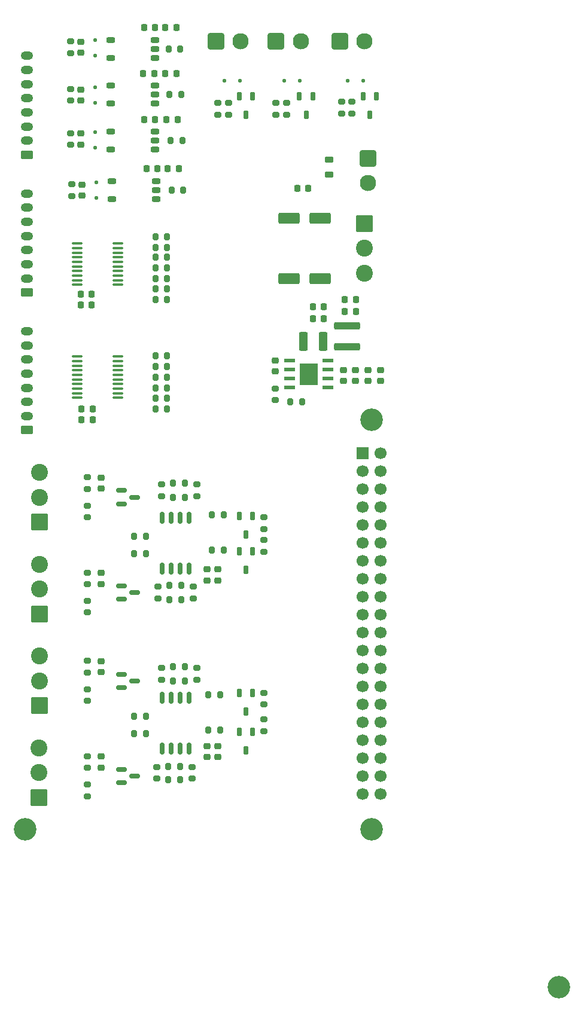
<source format=gbr>
%TF.GenerationSoftware,KiCad,Pcbnew,9.0.3*%
%TF.CreationDate,2026-03-01T13:08:06+01:00*%
%TF.ProjectId,HAT_RPI_PnP,4841545f-5250-4495-9f50-6e502e6b6963,rev?*%
%TF.SameCoordinates,Original*%
%TF.FileFunction,Soldermask,Top*%
%TF.FilePolarity,Negative*%
%FSLAX46Y46*%
G04 Gerber Fmt 4.6, Leading zero omitted, Abs format (unit mm)*
G04 Created by KiCad (PCBNEW 9.0.3) date 2026-03-01 13:08:06*
%MOMM*%
%LPD*%
G01*
G04 APERTURE LIST*
G04 Aperture macros list*
%AMRoundRect*
0 Rectangle with rounded corners*
0 $1 Rounding radius*
0 $2 $3 $4 $5 $6 $7 $8 $9 X,Y pos of 4 corners*
0 Add a 4 corners polygon primitive as box body*
4,1,4,$2,$3,$4,$5,$6,$7,$8,$9,$2,$3,0*
0 Add four circle primitives for the rounded corners*
1,1,$1+$1,$2,$3*
1,1,$1+$1,$4,$5*
1,1,$1+$1,$6,$7*
1,1,$1+$1,$8,$9*
0 Add four rect primitives between the rounded corners*
20,1,$1+$1,$2,$3,$4,$5,0*
20,1,$1+$1,$4,$5,$6,$7,0*
20,1,$1+$1,$6,$7,$8,$9,0*
20,1,$1+$1,$8,$9,$2,$3,0*%
G04 Aperture macros list end*
%ADD10RoundRect,0.200000X0.200000X0.275000X-0.200000X0.275000X-0.200000X-0.275000X0.200000X-0.275000X0*%
%ADD11C,3.200000*%
%ADD12RoundRect,0.225000X0.225000X0.250000X-0.225000X0.250000X-0.225000X-0.250000X0.225000X-0.250000X0*%
%ADD13RoundRect,0.218750X0.218750X0.256250X-0.218750X0.256250X-0.218750X-0.256250X0.218750X-0.256250X0*%
%ADD14RoundRect,0.200000X-0.200000X-0.275000X0.200000X-0.275000X0.200000X0.275000X-0.200000X0.275000X0*%
%ADD15RoundRect,0.250001X0.949999X-0.949999X0.949999X0.949999X-0.949999X0.949999X-0.949999X-0.949999X0*%
%ADD16C,2.400000*%
%ADD17RoundRect,0.218750X0.256250X-0.218750X0.256250X0.218750X-0.256250X0.218750X-0.256250X-0.218750X0*%
%ADD18RoundRect,0.200000X0.275000X-0.200000X0.275000X0.200000X-0.275000X0.200000X-0.275000X-0.200000X0*%
%ADD19RoundRect,0.162500X-0.162500X0.447500X-0.162500X-0.447500X0.162500X-0.447500X0.162500X0.447500X0*%
%ADD20RoundRect,0.150000X-0.587500X-0.150000X0.587500X-0.150000X0.587500X0.150000X-0.587500X0.150000X0*%
%ADD21RoundRect,0.225000X-0.250000X0.225000X-0.250000X-0.225000X0.250000X-0.225000X0.250000X0.225000X0*%
%ADD22RoundRect,0.200000X-0.400000X-0.200000X0.400000X-0.200000X0.400000X0.200000X-0.400000X0.200000X0*%
%ADD23RoundRect,0.218750X-0.381250X0.218750X-0.381250X-0.218750X0.381250X-0.218750X0.381250X0.218750X0*%
%ADD24RoundRect,0.200000X-0.275000X0.200000X-0.275000X-0.200000X0.275000X-0.200000X0.275000X0.200000X0*%
%ADD25RoundRect,0.225000X0.250000X-0.225000X0.250000X0.225000X-0.250000X0.225000X-0.250000X-0.225000X0*%
%ADD26RoundRect,0.125000X-0.125000X0.125000X-0.125000X-0.125000X0.125000X-0.125000X0.125000X0.125000X0*%
%ADD27RoundRect,0.100000X0.637500X0.100000X-0.637500X0.100000X-0.637500X-0.100000X0.637500X-0.100000X0*%
%ADD28RoundRect,0.250000X0.625000X-0.350000X0.625000X0.350000X-0.625000X0.350000X-0.625000X-0.350000X0*%
%ADD29O,1.750000X1.200000*%
%ADD30RoundRect,0.250000X1.250000X0.550000X-1.250000X0.550000X-1.250000X-0.550000X1.250000X-0.550000X0*%
%ADD31C,2.300000*%
%ADD32RoundRect,0.250001X-0.899999X0.899999X-0.899999X-0.899999X0.899999X-0.899999X0.899999X0.899999X0*%
%ADD33RoundRect,0.250001X-0.899999X-0.899999X0.899999X-0.899999X0.899999X0.899999X-0.899999X0.899999X0*%
%ADD34RoundRect,0.125000X-0.125000X-0.125000X0.125000X-0.125000X0.125000X0.125000X-0.125000X0.125000X0*%
%ADD35RoundRect,0.162500X-0.162500X0.650000X-0.162500X-0.650000X0.162500X-0.650000X0.162500X0.650000X0*%
%ADD36RoundRect,0.225000X-0.225000X-0.250000X0.225000X-0.250000X0.225000X0.250000X-0.225000X0.250000X0*%
%ADD37RoundRect,0.250000X1.600000X-0.300000X1.600000X0.300000X-1.600000X0.300000X-1.600000X-0.300000X0*%
%ADD38R,2.600000X3.100000*%
%ADD39R,1.550000X0.600000*%
%ADD40RoundRect,0.250000X0.375000X1.075000X-0.375000X1.075000X-0.375000X-1.075000X0.375000X-1.075000X0*%
%ADD41RoundRect,0.250001X-0.949999X0.949999X-0.949999X-0.949999X0.949999X-0.949999X0.949999X0.949999X0*%
%ADD42C,1.700000*%
%ADD43R,1.700000X1.700000*%
G04 APERTURE END LIST*
D10*
%TO.C,R51*%
X83325000Y-80100000D03*
X81675000Y-80100000D03*
%TD*%
%TO.C,R50*%
X83325000Y-81600000D03*
X81675000Y-81600000D03*
%TD*%
D11*
%TO.C,H4*%
X138800000Y-186400000D03*
%TD*%
%TO.C,H3*%
X63250000Y-164000000D03*
%TD*%
%TO.C,H2*%
X112250000Y-106000000D03*
%TD*%
%TO.C,H1*%
X112250000Y-164000000D03*
%TD*%
D12*
%TO.C,C21*%
X103975000Y-90000000D03*
X105525000Y-90000000D03*
%TD*%
D10*
%TO.C,R13*%
X85150000Y-157000000D03*
X83500000Y-157000000D03*
%TD*%
D13*
%TO.C,FB8*%
X72787500Y-106000000D03*
X71212500Y-106000000D03*
%TD*%
D14*
%TO.C,R23*%
X78675000Y-122500000D03*
X80325000Y-122500000D03*
%TD*%
D15*
%TO.C,J5*%
X65267500Y-133500000D03*
D16*
X65267500Y-130000000D03*
X65267500Y-126500000D03*
%TD*%
D17*
%TO.C,FB1*%
X89000000Y-128787500D03*
X89000000Y-127212500D03*
%TD*%
D18*
%TO.C,R1*%
X72000000Y-145825000D03*
X72000000Y-144175000D03*
%TD*%
D19*
%TO.C,Q7*%
X112950000Y-60190000D03*
X111050000Y-60190000D03*
X112000000Y-62810000D03*
%TD*%
D20*
%TO.C,D2*%
X76830000Y-155550000D03*
X76830000Y-157450000D03*
X78705000Y-156500000D03*
%TD*%
D21*
%TO.C,C19*%
X110000000Y-98975000D03*
X110000000Y-100525000D03*
%TD*%
D13*
%TO.C,FB3*%
X85000000Y-70500000D03*
X83425000Y-70500000D03*
%TD*%
D12*
%TO.C,C23*%
X105525000Y-91750000D03*
X103975000Y-91750000D03*
%TD*%
D22*
%TO.C,U6*%
X75350000Y-52230000D03*
X75350000Y-54770000D03*
X81650000Y-54770000D03*
X81650000Y-53500000D03*
X81650000Y-52230000D03*
%TD*%
D21*
%TO.C,C7*%
X71300000Y-72745000D03*
X71300000Y-74295000D03*
%TD*%
D14*
%TO.C,R12*%
X78675000Y-150500000D03*
X80325000Y-150500000D03*
%TD*%
D10*
%TO.C,R54*%
X83325000Y-97000000D03*
X81675000Y-97000000D03*
%TD*%
D15*
%TO.C,J2*%
X65267500Y-146500000D03*
D16*
X65267500Y-143000000D03*
X65267500Y-139500000D03*
%TD*%
D13*
%TO.C,FB4*%
X84787500Y-63500000D03*
X83212500Y-63500000D03*
%TD*%
D18*
%TO.C,R39*%
X69650000Y-67095000D03*
X69650000Y-65445000D03*
%TD*%
D14*
%TO.C,R33*%
X89675000Y-119500000D03*
X91325000Y-119500000D03*
%TD*%
D23*
%TO.C,FB9*%
X106250000Y-69187500D03*
X106250000Y-71312500D03*
%TD*%
D18*
%TO.C,R32*%
X87000000Y-131325000D03*
X87000000Y-129675000D03*
%TD*%
D21*
%TO.C,C6*%
X90500000Y-152225000D03*
X90500000Y-153775000D03*
%TD*%
D20*
%TO.C,D3*%
X76830000Y-116050000D03*
X76830000Y-117950000D03*
X78705000Y-117000000D03*
%TD*%
D18*
%TO.C,R35*%
X97000000Y-121500000D03*
X97000000Y-119850000D03*
%TD*%
D10*
%TO.C,R56*%
X83325000Y-101500000D03*
X81675000Y-101500000D03*
%TD*%
D18*
%TO.C,R63*%
X98750000Y-62825000D03*
X98750000Y-61175000D03*
%TD*%
D24*
%TO.C,R26*%
X82500000Y-115175000D03*
X82500000Y-116825000D03*
%TD*%
D14*
%TO.C,R44*%
X83525000Y-53500000D03*
X85175000Y-53500000D03*
%TD*%
D25*
%TO.C,C3*%
X74000000Y-115775000D03*
X74000000Y-114225000D03*
%TD*%
D24*
%TO.C,R62*%
X92000000Y-61175000D03*
X92000000Y-62825000D03*
%TD*%
D21*
%TO.C,C13*%
X71150000Y-52495000D03*
X71150000Y-54045000D03*
%TD*%
D18*
%TO.C,R2*%
X72000000Y-141825000D03*
X72000000Y-140175000D03*
%TD*%
D26*
%TO.C,D7*%
X73150000Y-58920000D03*
X73150000Y-61120000D03*
%TD*%
D14*
%TO.C,R40*%
X83825000Y-66500000D03*
X85475000Y-66500000D03*
%TD*%
D12*
%TO.C,C10*%
X81650000Y-63500000D03*
X80100000Y-63500000D03*
%TD*%
D10*
%TO.C,R57*%
X83325000Y-98500000D03*
X81675000Y-98500000D03*
%TD*%
D14*
%TO.C,R8*%
X89175000Y-145000000D03*
X90825000Y-145000000D03*
%TD*%
%TO.C,R60*%
X100775000Y-103500000D03*
X102425000Y-103500000D03*
%TD*%
D20*
%TO.C,D1*%
X76830000Y-142050000D03*
X76830000Y-143950000D03*
X78705000Y-143000000D03*
%TD*%
D18*
%TO.C,R61*%
X90500000Y-62825000D03*
X90500000Y-61175000D03*
%TD*%
D27*
%TO.C,U8*%
X70637500Y-86925000D03*
X70637500Y-86275000D03*
X70637500Y-85625000D03*
X70637500Y-84975000D03*
X70637500Y-84325000D03*
X70637500Y-83675000D03*
X70637500Y-83025000D03*
X70637500Y-82375000D03*
X70637500Y-81725000D03*
X70637500Y-81075000D03*
X76362500Y-81075000D03*
X76362500Y-81725000D03*
X76362500Y-82375000D03*
X76362500Y-83025000D03*
X76362500Y-83675000D03*
X76362500Y-84325000D03*
X76362500Y-84975000D03*
X76362500Y-85625000D03*
X76362500Y-86275000D03*
X76362500Y-86925000D03*
%TD*%
D18*
%TO.C,R11*%
X72000000Y-155325000D03*
X72000000Y-153675000D03*
%TD*%
%TO.C,R20*%
X72000000Y-115825000D03*
X72000000Y-114175000D03*
%TD*%
D24*
%TO.C,R6*%
X82500000Y-141175000D03*
X82500000Y-142825000D03*
%TD*%
D22*
%TO.C,U1*%
X75500000Y-72230000D03*
X75500000Y-74770000D03*
X81800000Y-74770000D03*
X81800000Y-73500000D03*
X81800000Y-72230000D03*
%TD*%
D12*
%TO.C,C12*%
X81500000Y-57000000D03*
X79950000Y-57000000D03*
%TD*%
D18*
%TO.C,R10*%
X72000000Y-159325000D03*
X72000000Y-157675000D03*
%TD*%
D12*
%TO.C,C8*%
X81987500Y-70500000D03*
X80437500Y-70500000D03*
%TD*%
D24*
%TO.C,R36*%
X97000000Y-124725000D03*
X97000000Y-123075000D03*
%TD*%
D13*
%TO.C,FB7*%
X72650000Y-89775000D03*
X71075000Y-89775000D03*
%TD*%
D19*
%TO.C,Q3*%
X95450000Y-119690000D03*
X93550000Y-119690000D03*
X94500000Y-122310000D03*
%TD*%
D18*
%TO.C,R16*%
X86825000Y-156825000D03*
X86825000Y-155175000D03*
%TD*%
D28*
%TO.C,J10*%
X63500000Y-88000000D03*
D29*
X63500000Y-86000000D03*
X63500000Y-84000000D03*
X63500000Y-82000000D03*
X63500000Y-80000000D03*
X63500000Y-78000000D03*
X63500000Y-76000000D03*
X63500000Y-74000000D03*
%TD*%
D24*
%TO.C,R64*%
X100250000Y-61175000D03*
X100250000Y-62825000D03*
%TD*%
D28*
%TO.C,J6*%
X63500000Y-68500000D03*
D29*
X63500000Y-66500000D03*
X63500000Y-64500000D03*
X63500000Y-62500000D03*
X63500000Y-60500000D03*
X63500000Y-58500000D03*
X63500000Y-56500000D03*
X63500000Y-54500000D03*
%TD*%
D30*
%TO.C,C25*%
X104950000Y-86000000D03*
X100550000Y-86000000D03*
%TD*%
D21*
%TO.C,C11*%
X71150000Y-59245000D03*
X71150000Y-60795000D03*
%TD*%
D15*
%TO.C,J4*%
X65267500Y-120500000D03*
D16*
X65267500Y-117000000D03*
X65267500Y-113500000D03*
%TD*%
D26*
%TO.C,D5*%
X73300000Y-72420000D03*
X73300000Y-74620000D03*
%TD*%
D14*
%TO.C,R30*%
X83675000Y-129500000D03*
X85325000Y-129500000D03*
%TD*%
D26*
%TO.C,D6*%
X73150000Y-65270000D03*
X73150000Y-67470000D03*
%TD*%
D18*
%TO.C,R9*%
X97000000Y-146325000D03*
X97000000Y-144675000D03*
%TD*%
D21*
%TO.C,C9*%
X71150000Y-65495000D03*
X71150000Y-67045000D03*
%TD*%
D10*
%TO.C,R27*%
X85325000Y-131500000D03*
X83675000Y-131500000D03*
%TD*%
D31*
%TO.C,J9*%
X111750000Y-72500000D03*
D32*
X111750000Y-69000000D03*
%TD*%
D33*
%TO.C,J8*%
X98750000Y-52417500D03*
D31*
X102250000Y-52417500D03*
%TD*%
D14*
%TO.C,R24*%
X78675000Y-125000000D03*
X80325000Y-125000000D03*
%TD*%
D13*
%TO.C,FB6*%
X84637500Y-50500000D03*
X83062500Y-50500000D03*
%TD*%
D18*
%TO.C,R37*%
X69650000Y-60845000D03*
X69650000Y-59195000D03*
%TD*%
D20*
%TO.C,D4*%
X76830000Y-129550000D03*
X76830000Y-131450000D03*
X78705000Y-130500000D03*
%TD*%
D24*
%TO.C,R66*%
X109500000Y-60985000D03*
X109500000Y-62635000D03*
%TD*%
D10*
%TO.C,R5*%
X85825000Y-141000000D03*
X84175000Y-141000000D03*
%TD*%
D19*
%TO.C,Q6*%
X95450000Y-60190000D03*
X93550000Y-60190000D03*
X94500000Y-62810000D03*
%TD*%
D14*
%TO.C,R17*%
X89175000Y-150000000D03*
X90825000Y-150000000D03*
%TD*%
D34*
%TO.C,D10*%
X91400000Y-58000000D03*
X93600000Y-58000000D03*
%TD*%
D28*
%TO.C,J11*%
X63500000Y-107500000D03*
D29*
X63500000Y-105500000D03*
X63500000Y-103500000D03*
X63500000Y-101500000D03*
X63500000Y-99500000D03*
X63500000Y-97500000D03*
X63500000Y-95500000D03*
X63500000Y-93500000D03*
%TD*%
D18*
%TO.C,R21*%
X72000000Y-133325000D03*
X72000000Y-131675000D03*
%TD*%
D19*
%TO.C,Q5*%
X103950000Y-60190000D03*
X102050000Y-60190000D03*
X103000000Y-62810000D03*
%TD*%
D26*
%TO.C,D8*%
X73150000Y-52270000D03*
X73150000Y-54470000D03*
%TD*%
D24*
%TO.C,R28*%
X82000000Y-129675000D03*
X82000000Y-131325000D03*
%TD*%
D10*
%TO.C,R48*%
X83325000Y-84500000D03*
X81675000Y-84500000D03*
%TD*%
D24*
%TO.C,R4*%
X87500000Y-141175000D03*
X87500000Y-142825000D03*
%TD*%
D27*
%TO.C,U9*%
X76362500Y-102925000D03*
X76362500Y-102275000D03*
X76362500Y-101625000D03*
X76362500Y-100975000D03*
X76362500Y-100325000D03*
X76362500Y-99675000D03*
X76362500Y-99025000D03*
X76362500Y-98375000D03*
X76362500Y-97725000D03*
X76362500Y-97075000D03*
X70637500Y-97075000D03*
X70637500Y-97725000D03*
X70637500Y-98375000D03*
X70637500Y-99025000D03*
X70637500Y-99675000D03*
X70637500Y-100325000D03*
X70637500Y-100975000D03*
X70637500Y-101625000D03*
X70637500Y-102275000D03*
X70637500Y-102925000D03*
%TD*%
D21*
%TO.C,C20*%
X108300000Y-98975000D03*
X108300000Y-100525000D03*
%TD*%
D35*
%TO.C,U3*%
X86405000Y-119912500D03*
X85135000Y-119912500D03*
X83865000Y-119912500D03*
X82595000Y-119912500D03*
X82595000Y-127087500D03*
X83865000Y-127087500D03*
X85135000Y-127087500D03*
X86405000Y-127087500D03*
%TD*%
D14*
%TO.C,R29*%
X84175000Y-117000000D03*
X85825000Y-117000000D03*
%TD*%
D33*
%TO.C,J7*%
X90250000Y-52417500D03*
D31*
X93750000Y-52417500D03*
%TD*%
D35*
%TO.C,U2*%
X86405000Y-145412500D03*
X85135000Y-145412500D03*
X83865000Y-145412500D03*
X82595000Y-145412500D03*
X82595000Y-152587500D03*
X83865000Y-152587500D03*
X85135000Y-152587500D03*
X86405000Y-152587500D03*
%TD*%
D34*
%TO.C,D12*%
X108900000Y-58000000D03*
X111100000Y-58000000D03*
%TD*%
D36*
%TO.C,C24*%
X108475000Y-90700000D03*
X110025000Y-90700000D03*
%TD*%
D14*
%TO.C,R7*%
X84175000Y-143000000D03*
X85825000Y-143000000D03*
%TD*%
D19*
%TO.C,Q4*%
X95450000Y-124690000D03*
X93550000Y-124690000D03*
X94500000Y-127310000D03*
%TD*%
D13*
%TO.C,FB5*%
X84637500Y-57000000D03*
X83062500Y-57000000D03*
%TD*%
D10*
%TO.C,R25*%
X85825000Y-115000000D03*
X84175000Y-115000000D03*
%TD*%
D18*
%TO.C,R43*%
X69650000Y-54095000D03*
X69650000Y-52445000D03*
%TD*%
D33*
%TO.C,J13*%
X107750000Y-52417500D03*
D31*
X111250000Y-52417500D03*
%TD*%
D37*
%TO.C,L1*%
X108750000Y-95700000D03*
X108750000Y-92700000D03*
%TD*%
D18*
%TO.C,R65*%
X108000000Y-62635000D03*
X108000000Y-60985000D03*
%TD*%
D22*
%TO.C,U4*%
X81650000Y-65230000D03*
X81650000Y-66500000D03*
X81650000Y-67770000D03*
X75350000Y-67770000D03*
X75350000Y-65230000D03*
%TD*%
D36*
%TO.C,C16*%
X71225000Y-104500000D03*
X72775000Y-104500000D03*
%TD*%
D30*
%TO.C,C28*%
X100550000Y-77500000D03*
X104950000Y-77500000D03*
%TD*%
D34*
%TO.C,D11*%
X99900000Y-58000000D03*
X102100000Y-58000000D03*
%TD*%
D36*
%TO.C,C15*%
X71087500Y-88275000D03*
X72637500Y-88275000D03*
%TD*%
D21*
%TO.C,C18*%
X111750000Y-98975000D03*
X111750000Y-100525000D03*
%TD*%
D19*
%TO.C,Q2*%
X95450000Y-150190000D03*
X93550000Y-150190000D03*
X94500000Y-152810000D03*
%TD*%
D21*
%TO.C,C26*%
X98600000Y-97640000D03*
X98600000Y-99190000D03*
%TD*%
D14*
%TO.C,R15*%
X83500000Y-155087500D03*
X85150000Y-155087500D03*
%TD*%
D18*
%TO.C,R19*%
X72000000Y-119825000D03*
X72000000Y-118175000D03*
%TD*%
D38*
%TO.C,U7*%
X103400000Y-99550000D03*
D39*
X106100000Y-97645000D03*
X106100000Y-98915000D03*
X106100000Y-100185000D03*
X106100000Y-101455000D03*
X100700000Y-101455000D03*
X100700000Y-100185000D03*
X100700000Y-98915000D03*
X100700000Y-97645000D03*
%TD*%
D19*
%TO.C,Q1*%
X95450000Y-144690000D03*
X93550000Y-144690000D03*
X94500000Y-147310000D03*
%TD*%
D25*
%TO.C,C4*%
X74000000Y-129275000D03*
X74000000Y-127725000D03*
%TD*%
%TO.C,C1*%
X74000000Y-141775000D03*
X74000000Y-140225000D03*
%TD*%
D10*
%TO.C,R47*%
X83325000Y-86000000D03*
X81675000Y-86000000D03*
%TD*%
D15*
%TO.C,J3*%
X65217500Y-159500000D03*
D16*
X65217500Y-156000000D03*
X65217500Y-152500000D03*
%TD*%
D18*
%TO.C,R22*%
X72000000Y-129325000D03*
X72000000Y-127675000D03*
%TD*%
D24*
%TO.C,R31*%
X87500000Y-115175000D03*
X87500000Y-116825000D03*
%TD*%
D21*
%TO.C,C17*%
X113500000Y-98975000D03*
X113500000Y-100525000D03*
%TD*%
%TO.C,C5*%
X90500000Y-127225000D03*
X90500000Y-128775000D03*
%TD*%
D22*
%TO.C,U5*%
X75350000Y-58730000D03*
X75350000Y-61270000D03*
X81650000Y-61270000D03*
X81650000Y-60000000D03*
X81650000Y-58730000D03*
%TD*%
D10*
%TO.C,R53*%
X83325000Y-100000000D03*
X81675000Y-100000000D03*
%TD*%
D24*
%TO.C,R59*%
X98600000Y-101590000D03*
X98600000Y-103240000D03*
%TD*%
D10*
%TO.C,R49*%
X83325000Y-83000000D03*
X81675000Y-83000000D03*
%TD*%
D40*
%TO.C,D9*%
X105400000Y-94950000D03*
X102600000Y-94950000D03*
%TD*%
D16*
%TO.C,J12*%
X111250000Y-85250000D03*
X111250000Y-81750000D03*
D41*
X111250000Y-78250000D03*
%TD*%
D25*
%TO.C,C2*%
X74000000Y-155275000D03*
X74000000Y-153725000D03*
%TD*%
D24*
%TO.C,R18*%
X97000000Y-148475000D03*
X97000000Y-150125000D03*
%TD*%
D18*
%TO.C,R14*%
X81825000Y-156825000D03*
X81825000Y-155175000D03*
%TD*%
D14*
%TO.C,R3*%
X78675000Y-148000000D03*
X80325000Y-148000000D03*
%TD*%
D10*
%TO.C,R52*%
X83325000Y-103000000D03*
X81675000Y-103000000D03*
%TD*%
D18*
%TO.C,R41*%
X69800000Y-74325000D03*
X69800000Y-72675000D03*
%TD*%
D14*
%TO.C,R38*%
X83975000Y-73500000D03*
X85625000Y-73500000D03*
%TD*%
D12*
%TO.C,C27*%
X103275000Y-73250000D03*
X101725000Y-73250000D03*
%TD*%
D14*
%TO.C,R34*%
X89675000Y-124500000D03*
X91325000Y-124500000D03*
%TD*%
D10*
%TO.C,R46*%
X83325000Y-89000000D03*
X81675000Y-89000000D03*
%TD*%
D17*
%TO.C,FB2*%
X89000000Y-153787500D03*
X89000000Y-152212500D03*
%TD*%
D12*
%TO.C,C14*%
X81625000Y-50500000D03*
X80075000Y-50500000D03*
%TD*%
D10*
%TO.C,R55*%
X83325000Y-104500000D03*
X81675000Y-104500000D03*
%TD*%
D14*
%TO.C,R42*%
X83675000Y-60000000D03*
X85325000Y-60000000D03*
%TD*%
D10*
%TO.C,R45*%
X83325000Y-87500000D03*
X81675000Y-87500000D03*
%TD*%
D36*
%TO.C,C22*%
X108475000Y-89000000D03*
X110025000Y-89000000D03*
%TD*%
D42*
%TO.C,J14*%
X113540000Y-159000000D03*
X111000000Y-159000000D03*
X113540000Y-156460000D03*
X111000000Y-156460000D03*
X113540000Y-153920000D03*
X111000000Y-153920000D03*
X113540000Y-151380000D03*
X111000000Y-151380000D03*
X113540000Y-148840000D03*
X111000000Y-148840000D03*
X113540000Y-146300000D03*
X111000000Y-146300000D03*
X113540000Y-143760000D03*
X111000000Y-143760000D03*
X113540000Y-141220000D03*
X111000000Y-141220000D03*
X113540000Y-138680000D03*
X111000000Y-138680000D03*
X113540000Y-136140000D03*
X111000000Y-136140000D03*
X113540000Y-133600000D03*
X111000000Y-133600000D03*
X113540000Y-131060000D03*
X111000000Y-131060000D03*
X113540000Y-128520000D03*
X111000000Y-128520000D03*
X113540000Y-125980000D03*
X111000000Y-125980000D03*
X113540000Y-123440000D03*
X111000000Y-123440000D03*
X113540000Y-120900000D03*
X111000000Y-120900000D03*
X113540000Y-118360000D03*
X111000000Y-118360000D03*
X113540000Y-115820000D03*
X111000000Y-115820000D03*
X113540000Y-113280000D03*
X111000000Y-113280000D03*
X113540000Y-110740000D03*
D43*
X111000000Y-110740000D03*
%TD*%
M02*

</source>
